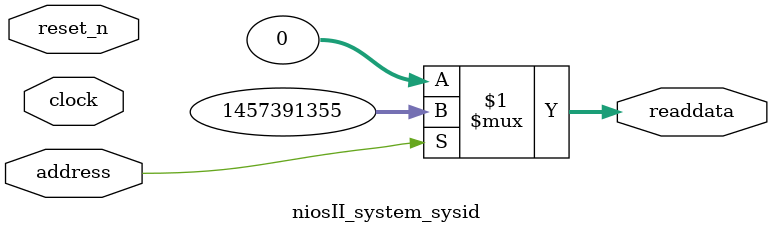
<source format=v>

`timescale 1ns / 1ps
// synthesis translate_on

// turn off superfluous verilog processor warnings 
// altera message_level Level1 
// altera message_off 10034 10035 10036 10037 10230 10240 10030 

module niosII_system_sysid (
               // inputs:
                address,
                clock,
                reset_n,

               // outputs:
                readdata
             )
;

  output  [ 31: 0] readdata;
  input            address;
  input            clock;
  input            reset_n;

  wire    [ 31: 0] readdata;
  //control_slave, which is an e_avalon_slave
  assign readdata = address ? 1457391355 : 0;

endmodule




</source>
